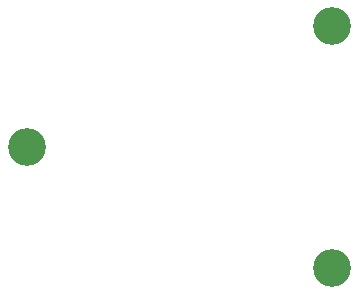
<source format=gbr>
%TF.GenerationSoftware,KiCad,Pcbnew,(6.0.4)*%
%TF.CreationDate,2022-10-31T11:49:10-04:00*%
%TF.ProjectId,switcher board,73776974-6368-4657-9220-626f6172642e,rev?*%
%TF.SameCoordinates,Original*%
%TF.FileFunction,Soldermask,Bot*%
%TF.FilePolarity,Negative*%
%FSLAX46Y46*%
G04 Gerber Fmt 4.6, Leading zero omitted, Abs format (unit mm)*
G04 Created by KiCad (PCBNEW (6.0.4)) date 2022-10-31 11:49:10*
%MOMM*%
%LPD*%
G01*
G04 APERTURE LIST*
%ADD10C,3.200000*%
G04 APERTURE END LIST*
D10*
%TO.C,H3*%
X179750000Y-90250000D03*
%TD*%
%TO.C,H2*%
X179750000Y-110750000D03*
%TD*%
%TO.C,H1*%
X154000000Y-100500000D03*
%TD*%
M02*

</source>
